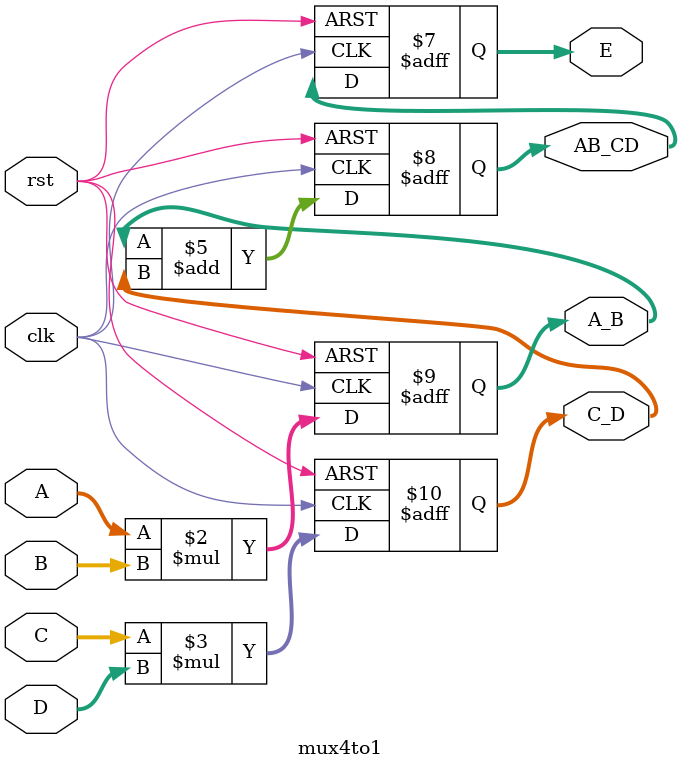
<source format=v>
module mux4to1(
    input      clk, rst,
    input      [7:0] A,B,C,D,
    output     reg [16:0] E,
    output     reg [15:0] A_B, C_D,
    output     reg [16:0] AB_CD);

    always @(posedge clk or posedge rst) 
	begin
          		if (rst) 
	    	begin
              		A_B<= 1'b0;
              		C_D<= 1'b0;
            	end 
	  	else 
	    	begin
              		A_B<= A*B;
              		C_D<= C*D;
            	end
        	end
    always @(posedge clk or posedge rst) 
	begin
          		if (rst) 
	    		AB_CD<=1'b0;  	
		else 
	            	AB_CD<=A_B+C_D;
	end
    always @(posedge clk or posedge rst) 
	begin
          		if (rst) 
	    		E<=1'b0;  	
		else 
	            	E<=AB_CD;
	end

endmodule

</source>
